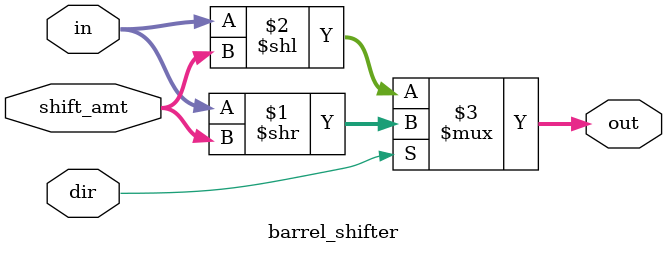
<source format=sv>
module barrel_shifter (
    input  logic [63:0] in,
    input  logic [5:0]  shift_amt,
    input  logic        dir, // 0 = left, 1 = right
    output logic [63:0] out
);
    assign out = dir ? in >> shift_amt : in << shift_amt;
endmodule

</source>
